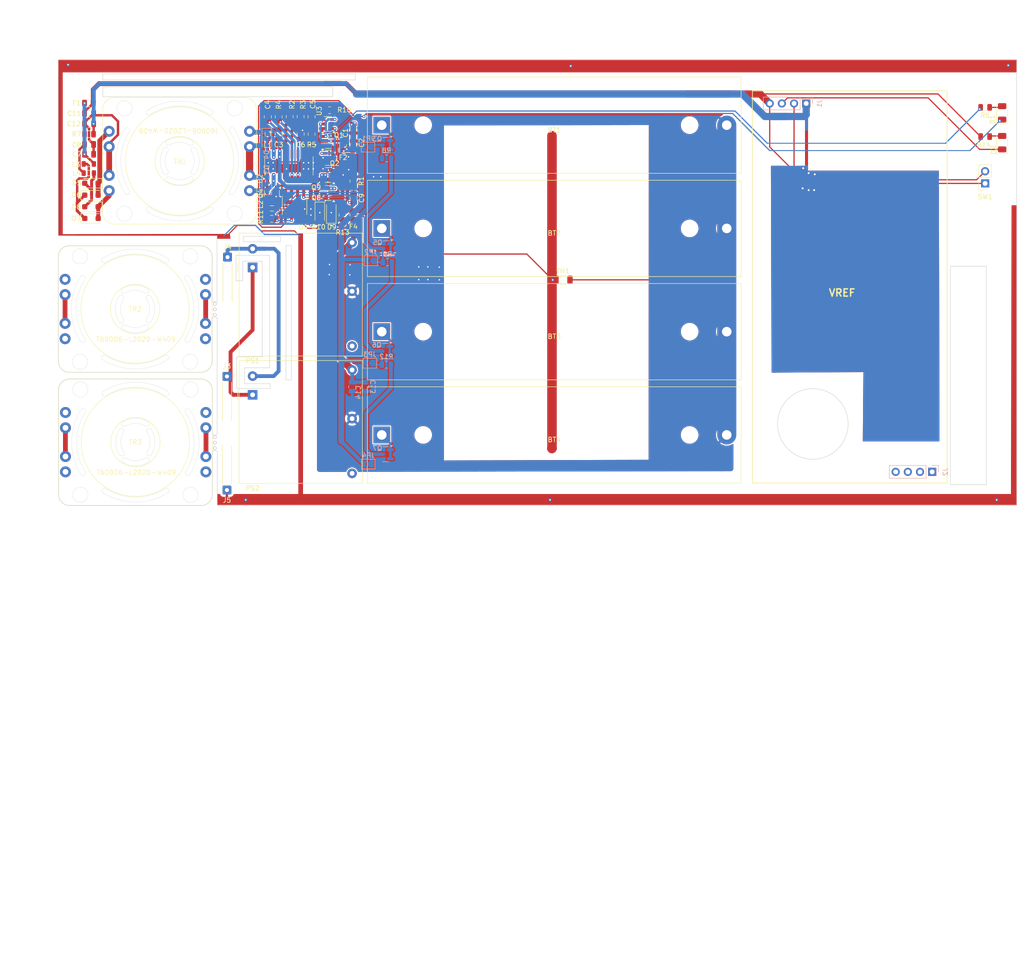
<source format=kicad_pcb>
(kicad_pcb (version 20221018) (generator pcbnew)

  (general
    (thickness 1.6)
  )

  (paper "A4")
  (layers
    (0 "F.Cu" signal)
    (31 "B.Cu" signal)
    (32 "B.Adhes" user "B.Adhesive")
    (33 "F.Adhes" user "F.Adhesive")
    (34 "B.Paste" user)
    (35 "F.Paste" user)
    (36 "B.SilkS" user "B.Silkscreen")
    (37 "F.SilkS" user "F.Silkscreen")
    (38 "B.Mask" user)
    (39 "F.Mask" user)
    (40 "Dwgs.User" user "User.Drawings")
    (41 "Cmts.User" user "User.Comments")
    (42 "Eco1.User" user "User.Eco1")
    (43 "Eco2.User" user "User.Eco2")
    (44 "Edge.Cuts" user)
    (45 "Margin" user)
    (46 "B.CrtYd" user "B.Courtyard")
    (47 "F.CrtYd" user "F.Courtyard")
    (48 "B.Fab" user)
    (49 "F.Fab" user)
    (50 "User.1" user)
    (51 "User.2" user)
    (52 "User.3" user)
    (53 "User.4" user)
    (54 "User.5" user)
    (55 "User.6" user)
    (56 "User.7" user)
    (57 "User.8" user)
    (58 "User.9" user)
  )

  (setup
    (pad_to_mask_clearance 0)
    (pcbplotparams
      (layerselection 0x00010fc_ffffffff)
      (plot_on_all_layers_selection 0x0000000_00000000)
      (disableapertmacros false)
      (usegerberextensions false)
      (usegerberattributes true)
      (usegerberadvancedattributes true)
      (creategerberjobfile true)
      (dashed_line_dash_ratio 12.000000)
      (dashed_line_gap_ratio 3.000000)
      (svgprecision 4)
      (plotframeref false)
      (viasonmask false)
      (mode 1)
      (useauxorigin false)
      (hpglpennumber 1)
      (hpglpenspeed 20)
      (hpglpendiameter 15.000000)
      (dxfpolygonmode true)
      (dxfimperialunits true)
      (dxfusepcbnewfont true)
      (psnegative false)
      (psa4output false)
      (plotreference true)
      (plotvalue true)
      (plotinvisibletext false)
      (sketchpadsonfab false)
      (subtractmaskfromsilk false)
      (outputformat 1)
      (mirror false)
      (drillshape 0)
      (scaleselection 1)
      (outputdirectory "Gerbers/")
    )
  )

  (net 0 "")
  (net 1 "GND")
  (net 2 "unconnected-(TR2-Pad1)")
  (net 3 "unconnected-(TR2-Pad4)")
  (net 4 "unconnected-(TR2-Pad5)")
  (net 5 "unconnected-(TR3-Pad1)")
  (net 6 "unconnected-(TR3-Pad4)")
  (net 7 "unconnected-(TR3-Pad5)")
  (net 8 "unconnected-(TR3-Pad8)")
  (net 9 "unconnected-(TR2-Pad8)")
  (net 10 "unconnected-(PS1-NC-Pad3)")
  (net 11 "Net-(Q1-G)")
  (net 12 "Net-(BT1-+)")
  (net 13 "Net-(Q2-G)")
  (net 14 "Net-(BT2-+)")
  (net 15 "Net-(Q4-G)")
  (net 16 "Net-(PS1-+Vout)")
  (net 17 "Net-(BT3-+)")
  (net 18 "Net-(BT4-+)")
  (net 19 "Net-(D3-K)")
  (net 20 "Net-(D4-K)")
  (net 21 "Net-(D5-K)")
  (net 22 "Net-(D5-A)")
  (net 23 "Net-(D6-A)")
  (net 24 "Net-(D7-A)")
  (net 25 "Net-(D10-A)")
  (net 26 "/5VSupply")
  (net 27 "Net-(D10-K)")
  (net 28 "Net-(Q1-S)")
  (net 29 "Net-(Q1-D)")
  (net 30 "/VBat")
  (net 31 "Net-(Q4-S)")
  (net 32 "/VIN")
  (net 33 "Net-(C11-Pad1)")
  (net 34 "Net-(U3-VM)")
  (net 35 "unconnected-(U3-NC-Pad4)")
  (net 36 "Net-(C9-Pad1)")
  (net 37 "Net-(U4-SENSE)")
  (net 38 "Net-(U2-CT)")
  (net 39 "Net-(C5-Pad2)")
  (net 40 "Net-(U2-VC)")
  (net 41 "Net-(C7-Pad2)")
  (net 42 "Net-(C8-Pad2)")
  (net 43 "/VDD")
  (net 44 "/VSS")
  (net 45 "Net-(U2-RVSL)")
  (net 46 "Net-(U2-RCSL)")
  (net 47 "Net-(U2-RT)")
  (net 48 "Net-(U2-PGND)")
  (net 49 "unconnected-(U2-DUTY-Pad3)")
  (net 50 "unconnected-(U2-SYNC-Pad4)")
  (net 51 "unconnected-(U2-FB-Pad7)")
  (net 52 "unconnected-(U2-NFB-Pad8)")
  (net 53 "Net-(JP1-B)")
  (net 54 "Net-(JP1-A)")
  (net 55 "Net-(JP2-A)")
  (net 56 "Net-(JP3-A)")
  (net 57 "Net-(JP4-A)")
  (net 58 "Net-(TR2-Pad2)")
  (net 59 "Net-(TR2-Pad6)")
  (net 60 "Net-(TR3-Pad2)")
  (net 61 "Net-(TR3-Pad6)")
  (net 62 "Net-(U4-COMP)")
  (net 63 "/COND")
  (net 64 "Net-(U4-NTC)")
  (net 65 "Net-(D1-A)")
  (net 66 "Net-(D2-A)")
  (net 67 "/HEATER")
  (net 68 "/Charge")
  (net 69 "unconnected-(PS2-NC-Pad3)")
  (net 70 "Net-(J3-Pin_1)")
  (net 71 "Net-(J4-Pin_1)")
  (net 72 "Earth")
  (net 73 "unconnected-(J2-Pin_1-Pad1)")
  (net 74 "unconnected-(J2-Pin_2-Pad2)")
  (net 75 "unconnected-(J2-Pin_3-Pad3)")
  (net 76 "unconnected-(J2-Pin_4-Pad4)")

  (footprint "Capacitor_SMD:C_0805_2012Metric" (layer "F.Cu") (at 42.606 53.086 180))

  (footprint "Diode_SMD:D_SOD-123F" (layer "F.Cu") (at 43.0956 59.13885 180))

  (footprint "Connector_Wire:SolderWire-0.25sqmm_1x01_D0.65mm_OD1.7mm_Relief" (layer "F.Cu") (at 71.374 99.458))

  (footprint "Capacitor_SMD:C_0805_2012Metric" (layer "F.Cu") (at 97.7392 51.2826 -90))

  (footprint "Package_TO_SOT_SMD:SOT-23" (layer "F.Cu") (at 92.505 57.4245 180))

  (footprint "CustomFootprints:HighIsoTransformer" (layer "F.Cu") (at 61.5 54.5 180))

  (footprint "CustomFootprints:HighIsoTransformer" (layer "F.Cu") (at 52.2036 85.3948))

  (footprint "Capacitor_SMD:C_0805_2012Metric" (layer "F.Cu") (at 86.758 48.884 -90))

  (footprint "Fuse:Fuse_0805_2012Metric" (layer "F.Cu") (at 92.8 43.9 180))

  (footprint "Diode_SMD:D_SOD-123F" (layer "F.Cu") (at 90.755 65.2745 -90))

  (footprint "Capacitor_SMD:C_0805_2012Metric" (layer "F.Cu") (at 42.606 51.054 180))

  (footprint "Battery:BatteryHolder_MPD_BH-18650-PC2" (layer "F.Cu") (at 103.69 90.12))

  (footprint "Capacitor_SMD:C_0805_2012Metric" (layer "F.Cu") (at 89.044 45.262 -90))

  (footprint "Capacitor_SMD:C_0805_2012Metric" (layer "F.Cu") (at 42.606 44.577 180))

  (footprint "Package_SO:SOIC-16_3.9x9.9mm_P1.27mm" (layer "F.Cu") (at 84.31 55.525 90))

  (footprint "Inductor_SMD:L_0805_2012Metric" (layer "F.Cu") (at 42.545 55.118))

  (footprint "Resistor_SMD:R_0805_2012Metric" (layer "F.Cu") (at 95.631 51.308 90))

  (footprint "Fuse:Fuse_0805_2012Metric" (layer "F.Cu") (at 89.044 48.8965 -90))

  (footprint "Package_TO_SOT_SMD:SOT-23-6" (layer "F.Cu") (at 92.405 46.775 180))

  (footprint "Capacitor_SMD:C_0805_2012Metric" (layer "F.Cu") (at 79.9 45.2745 -90))

  (footprint "Resistor_SMD:R_0805_2012Metric" (layer "F.Cu") (at 97.79 65.786 90))

  (footprint "Connector_PinSocket_2.54mm:PinSocket_1x02_P2.54mm_Vertical" (layer "F.Cu") (at 229.616 59.182 180))

  (footprint "Fuse:Fuse_0805_2012Metric" (layer "F.Cu") (at 229.616 49.406 180))

  (footprint "LED_SMD:LED_1206_3216Metric" (layer "F.Cu") (at 233.172 44.456 90))

  (footprint "Resistor_SMD:R_1206_3216Metric" (layer "F.Cu") (at 141.5141 79.2988))

  (footprint "Diode_SMD:D_SOD-123F" (layer "F.Cu") (at 43.0975 64.04835 180))

  (footprint "Resistor_SMD:R_0805_2012Metric" (layer "F.Cu") (at 42.5685 42.418))

  (footprint "Package_TO_SOT_SMD:SOT-23" (layer "F.Cu") (at 92.505 61.1745 180))

  (footprint "Fuse:Fuse_0805_2012Metric" (layer "F.Cu") (at 42.5935 48.895))

  (footprint "Package_TO_SOT_SMD:SOT-23" (layer "F.Cu") (at 92.5425 53.85))

  (footprint "Fuse:Fuse_0805_2012Metric" (layer "F.Cu") (at 229.616 43.31 180))

  (footprint "Connector_Wire:SolderWire-0.25sqmm_1x01_D0.65mm_OD1.7mm_Relief" (layer "F.Cu") (at 71.374 123.173 180))

  (footprint "LED_SMD:LED_1206_3216Metric" (layer "F.Cu") (at 233.172 50.676 90))

  (footprint "Package_SO:SOIC-8_3.9x4.9mm_P1.27mm" (layer "F.Cu") (at 85.4845 63.76265 -90))

  (footprint "Diode_SMD:D_SOD-123F" (layer "F.Cu") (at 43.0981 61.62885))

  (footprint "Fuse:Fuse_0805_2012Metric" (layer "F.Cu") (at 95.5 65.8 -90))

  (footprint "Package_TO_SOT_SMD:SOT-23" (layer "F.Cu") (at 80.752 61.2839 -90))

  (footprint "Diode_SMD:D_SOD-123F" (layer "F.Cu") (at 43.11 66.48835))

  (footprint "Capacitor_SMD:C_0805_2012Metric" (layer "F.Cu") (at 82.186 48.884 -90))

  (footprint "Inductor_SMD:L_0805_2012Metric" (layer "F.Cu") (at 80.777 64.39765 180))

  (footprint "Inductor_SMD:L_0805_2012Metric" (layer "F.Cu") (at 42.545 57.023 180))

  (footprint "Battery:BatteryHolder_MPD_BH-18650-PC2" (layer "F.Cu") (at 103.69 111.67))

  (footprint "Fuse:Fuse_0805_2012Metric" (layer "F.Cu") (at 86.758 45.2435 90))

  (footprint "Fuse:Fuse_0805_2012Metric" (layer "F.Cu") (at 80.712 66.5639 180))

  (footprint "Capacitor_SMD:C_0805_2012Metric" (layer "F.Cu") (at 42.606 46.736))

  (footprint "Diode_SMD:D_SOD-123F" (layer "F.Cu")
    (tstamp ca90e26a-d367-4540-a477-338065e35568)
    (at 93.155 65.2745 90)
    (descr "D_SOD-123F")
    (tags "D_SOD-123F")
    (property "Sheetfile" "HighIsoXFMR.kicad_sch")
    (property "Sheetname" "")
    (property "ki_description" "20V, 500mA very low Vf MEGA Schottky barrier rectifier, SOD-123F")
    (property "ki_keywords" "forward voltage diode")
    (path "/9a4ad560-785b-4106-8974-de82565fc648")
    (attr smd)
    (fp_text reference "D9" (at -3 0.1 180) (layer "F.SilkS")
        (effects (font (size 1 1) (thickness 0.15)))
      (tstamp be78ab89-fbf4-4c27-b65a-96b3242303ff)
    )
    (fp_text value "PMEG2005EH" (at 0 2.1 90) (layer "F.Fab") hide
        (effects (font (size 1 1) (thickness 0.15)))
      (tstamp cc45976a-a5c0-4fa7-9f6d-79993794abb1)
    )
    (fp_line (start -2.21 -1) (end -2.21 1)
      (stroke (width 0.12) (type solid)) (layer "F.SilkS") (tstamp 7bc13d39-18dd-4c55-b45c-9c5d63e5bbea))
    (fp_line (start -2.21 -1) (end 1.65 -1)
      (stroke (width 0.12) (type solid)) (layer "F.SilkS") (tstamp 100253fa-d672-453b-987f-0195dcf3f758))
    (fp_line (start -2.21 1) (end 1.65 1)
      (stroke (width 0.12) (type solid)) (layer "F.SilkS") (tstamp c672a425-470f-4bef-ade7-d70a5ff72951))
    (fp_line (start -2.2 -1.15) (end -2.2 1.15)
      (stroke (width 0.05) (type solid)) (layer "F.CrtYd") (tstamp 5309ade6-f737-445a-af28-cdfe90fc8b95))
    (fp_line (start -2.2 -1.15) (end 2.2 -1.15)
      (stroke (width 0.05) (type solid)) (layer "F.CrtYd") (tstamp dc9948a5-37d7-45f7-9028-2e2bc4861d8a))
    (fp_line (start 2.2 -1.15) (end 2.2 1.15)
      (stroke (width 0.05) (type solid)) (layer "F.CrtYd") (tstamp 2bf26192-a619-4339-9fe5-b864576a5d63))
    (fp_line (start 2.2 1.15) (end -2.2 1.15)
      (stroke (width 0.05) (type solid)) (layer "F.CrtYd") (tstamp 9d1e9958-553a-4e88-a2ec-a679cf8fad48))
    (fp_line (start -1.4 -0.9) (end 1.4 -0.9)
      (stroke (width 0.1) (type solid)) (layer "F.Fab") (tstamp cff4e82f-b9b4-4dcc-a390-21c744397cb6))
    (fp_line (start -1.4 0.9) (end -1.4 -0.9)
      (stroke (width 0.1) (type solid)) (layer "F.Fab") (tstamp c193df05-4510-458a-9f67-032001bbcdf0))
    (fp_line (start -0.75 0) (end -0.35 0)
      (stroke (width 0.1) (type solid)) (layer "F.Fab") (tstamp c9af3fa5-ef34-49c1-af82-191b534b65f6))
    (fp_line (start -0.35 0) (end -0.35 -0.55)
      (stroke (width 0.1) (type solid)) (layer "F.Fab") (tstamp c1cb2024-9cdd-4f7c-a94c-9e41e3a15a18))
    (fp_line (start -0.35 0) (end -0.35 0.55)
      (stroke (width 0.1) (type solid)) (layer "F.Fab") (tstamp 312c2d52-4a45-498b-88e2-0213ef63a06f))
    (fp_line (start -0.35 0) (end 0.25 -0.4)
      (stroke (width 0.1) (type solid)) (layer "F.Fab") (tstamp 0ec191b3-d521-4313-a948-1235c00176e4))
   
... [564120 chars truncated]
</source>
